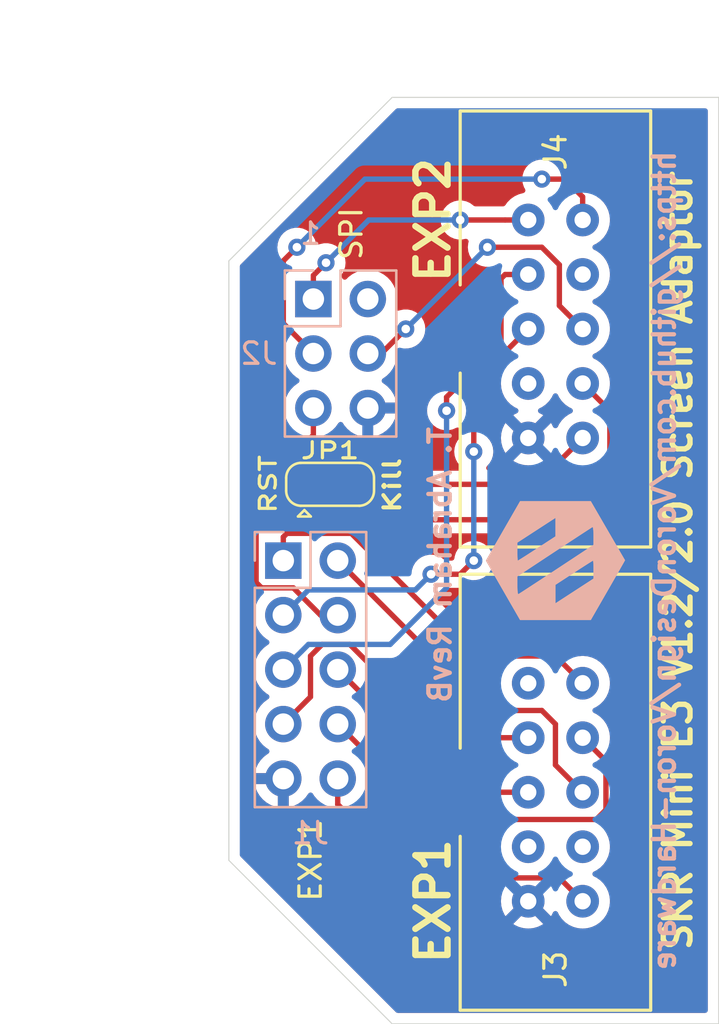
<source format=kicad_pcb>
(kicad_pcb (version 20211014) (generator pcbnew)
  (layers (0 "F.Cu" signal) (31 "B.Cu" signal) (34 "B.Paste" user) (35 "F.Paste" user) (36 "B.SilkS" user "B.Silkscreen") (37 "F.SilkS" user "F.Silkscreen") (38 "B.Mask" user) (39 "F.Mask" user) (44 "Edge.Cuts" user))
  (net 0 "")
  (net 1 "/+5V")
  (net 2 "/GND")
  (net 3 "/PB15")
  (net 4 "/PB8")
  (net 5 "/PB9")
  (net 6 "/PA10")
  (net 7 "/RST")
  (net 8 "/PA9")
  (net 9 "/PA15")
  (net 10 "/PB5")
  (net 11 "/MOSI")
  (net 12 "/SCK")
  (net 13 "/MISO")
  (net 14 "/Kill")
  (net 17 "/Beep")
  (net 18 "/Reset")
  (footprint "TRA_KiCad_Footprints:Shrouded_2x5_pin_header" (layer "F.Cu") (at 138.43 117.475 -90)
    (fp_text reference "J3" (at 8.255 0 90) (layer "F.SilkS"))
    (fp_text value "Screen_EXP1")
    (fp_line (start 0 -4.445) (end 10.16 -4.445) (layer "F.SilkS") (width 0.15))
    (fp_line (start -2.055 4.445) (end -10.16 4.445) (layer "F.SilkS") (width 0.15))
    (fp_line (start 0 -4.445) (end -10.16 -4.445) (layer "F.SilkS") (width 0.15))
    (fp_line (start 10.16 -4.445) (end 10.16 4.445) (layer "F.SilkS") (width 0.15))
    (fp_line (start 10.16 4.445) (end 2.055 4.445) (layer "F.SilkS") (width 0.15))
    (fp_line (start -10.16 4.445) (end -10.16 -4.445) (layer "F.SilkS") (width 0.15))
    (pad "1" thru_hole circle locked (at -5.08 1.27 270) (size 1.524 1.524) (drill 0.762) (layers *.Cu *.Mask) (net 17 "/Beep"))
    (pad "2" thru_hole circle locked (at -5.08 -1.27 270) (size 1.524 1.524) (drill 0.762) (layers *.Cu *.Mask) (net 10 "/PB5"))
    (pad "3" thru_hole circle locked (at -2.54 1.27 270) (size 1.524 1.524) (drill 0.762) (layers *.Cu *.Mask) (net 4 "/PB8"))
    (pad "4" thru_hole circle locked (at -2.54 -1.27 270) (size 1.524 1.524) (drill 0.762) (layers *.Cu *.Mask) (net 3 "/PB15"))
    (pad "5" thru_hole circle locked (at 0 1.27 270) (size 1.524 1.524) (drill 0.762) (layers *.Cu *.Mask) (net 5 "/PB9"))
    (pad "6" thru_hole circle locked (at 0 -1.27 270) (size 1.524 1.524) (drill 0.762) (layers *.Cu *.Mask) (net 9 "/PA15"))
    (pad "7" thru_hole circle locked (at 2.54 1.27 270) (size 1.524 1.524) (drill 0.762) (layers *.Cu *.Mask))
    (pad "8" thru_hole circle locked (at 2.54 -1.27 270) (size 1.524 1.524) (drill 0.762) (layers *.Cu *.Mask))
    (pad "9" thru_hole circle locked (at 5.08 1.27 270) (size 1.524 1.524) (drill 0.762) (layers *.Cu *.Mask) (net 2 "/GND"))
    (pad "10" thru_hole circle locked (at 5.08 -1.27 270) (size 1.524 1.524) (drill 0.762) (layers *.Cu *.Mask) (net 1 "/+5V"))
  )
  (footprint "TRA_KiCad_Footprints:Shrouded_2x5_pin_header" (layer "F.Cu") (at 138.43 95.885 -90)
    (fp_text reference "J4" (at -8.255 0 90) (layer "F.SilkS"))
    (fp_text value "Screen_EXP2")
    (fp_line (start 10.16 4.445) (end 2.055 4.445) (layer "F.SilkS") (width 0.15))
    (fp_line (start 0 -4.445) (end -10.16 -4.445) (layer "F.SilkS") (width 0.15))
    (fp_line (start 0 -4.445) (end 10.16 -4.445) (layer "F.SilkS") (width 0.15))
    (fp_line (start -10.16 4.445) (end -10.16 -4.445) (layer "F.SilkS") (width 0.15))
    (fp_line (start -2.055 4.445) (end -10.16 4.445) (layer "F.SilkS") (width 0.15))
    (fp_line (start 10.16 -4.445) (end 10.16 4.445) (layer "F.SilkS") (width 0.15))
    (pad "1" thru_hole circle locked (at -5.08 1.27 270) (size 1.524 1.524) (drill 0.762) (layers *.Cu *.Mask) (net 13 "/MISO"))
    (pad "2" thru_hole circle locked (at -5.08 -1.27 270) (size 1.524 1.524) (drill 0.762) (layers *.Cu *.Mask) (net 12 "/SCK"))
    (pad "3" thru_hole circle locked (at -2.54 1.27 270) (size 1.524 1.524) (drill 0.762) (layers *.Cu *.Mask) (net 6 "/PA10"))
    (pad "4" thru_hole circle locked (at -2.54 -1.27 270) (size 1.524 1.524) (drill 0.762) (layers *.Cu *.Mask))
    (pad "5" thru_hole circle locked (at 0 1.27 270) (size 1.524 1.524) (drill 0.762) (layers *.Cu *.Mask) (net 8 "/PA9"))
    (pad "6" thru_hole circle locked (at 0 -1.27 270) (size 1.524 1.524) (drill 0.762) (layers *.Cu *.Mask) (net 11 "/MOSI"))
    (pad "7" thru_hole circle locked (at 2.54 1.27 270) (size 1.524 1.524) (drill 0.762) (layers *.Cu *.Mask))
    (pad "8" thru_hole circle locked (at 2.54 -1.27 270) (size 1.524 1.524) (drill 0.762) (layers *.Cu *.Mask) (net 18 "/Reset"))
    (pad "9" thru_hole circle locked (at 5.08 1.27 270) (size 1.524 1.524) (drill 0.762) (layers *.Cu *.Mask) (net 2 "/GND"))
    (pad "10" thru_hole circle locked (at 5.08 -1.27 270) (size 1.524 1.524) (drill 0.762) (layers *.Cu *.Mask) (net 14 "/Kill"))
  )
  (footprint "Jumper:SolderJumper-3_P1.3mm_Bridged12_RoundedPad1.0x1.5mm" (layer "F.Cu") (at 127.9144 103.124)
    (fp_text reference "JP1" (at 0 -1.5748) (layer "F.SilkS") (effects (font (size 0.75 1))))
    (fp_text value "SolderJumper_3_Bridged12")
    (fp_poly (pts (xy -0.9 -0.3) (xy -0.4 -0.3) (xy -0.4 0.3) (xy -0.9 0.3)) (layer "F.Cu") (width 0) (fill solid))
    (fp_line (start -1.2 1.2) (end -1.5 1.5) (layer "F.SilkS") (width 0.12))
    (fp_line (start -1.5 1.5) (end -0.9 1.5) (layer "F.SilkS") (width 0.12))
    (fp_line (start 1.4 1) (end -1.4 1) (layer "F.SilkS") (width 0.12))
    (fp_line (start -2.05 0.3) (end -2.05 -0.3) (layer "F.SilkS") (width 0.12))
    (fp_line (start 2.05 -0.3) (end 2.05 0.3) (layer "F.SilkS") (width 0.12))
    (fp_line (start -1.4 -1) (end 1.4 -1) (layer "F.SilkS") (width 0.12))
    (fp_line (start -1.2 1.2) (end -0.9 1.5) (layer "F.SilkS") (width 0.12))
    (fp_arc (start 2.05 0.3) (mid 1.844975 0.794975) (end 1.35 1) (layer "F.SilkS") (width 0.12))
    (fp_arc (start -2.05 -0.3) (mid -1.844975 -0.794975) (end -1.35 -1) (layer "F.SilkS") (width 0.12))
    (fp_arc (start 1.35 -1) (mid 1.844975 -0.794975) (end 2.05 -0.3) (layer "F.SilkS") (width 0.12))
    (fp_arc (start -1.35 1) (mid -1.844975 0.794975) (end -2.05 0.3) (layer "F.SilkS") (width 0.12))
    (pad "1" smd custom (at -1.3 0) (size 1 0.5) (layers "F.Cu" "F.Mask") (net 18 "/Reset") (options (clearance outline) (anchor rect)) (primitives (gr_circle (center 0 0.25) (end 0.5 0.25) (width 0) (fill yes)) (gr_circle (center 0 -0.25) (end 0.5 -0.25) (width 0) (fill yes)) (gr_poly (pts (xy 0.55 0.75) (xy 0 0.75) (xy 0 -0.75) (xy 0.55 -0.75)) (width 0) (fill yes))))
    (pad "2" smd rect (at 0 0) (size 1 1.5) (layers "F.Cu" "F.Mask") (net 7 "/RST"))
    (pad "3" smd custom (at 1.3 0) (size 1 0.5) (layers "F.Cu" "F.Mask") (net 14 "/Kill") (options (clearance outline) (anchor rect)) (primitives (gr_circle (center 0 0.25) (end 0.5 0.25) (width 0) (fill yes)) (gr_circle (center 0 -0.25) (end 0.5 -0.25) (width 0) (fill yes)) (gr_poly (pts (xy 0 0.75) (xy -0.55 0.75) (xy -0.55 -0.75) (xy 0 -0.75)) (width 0) (fill yes))))
  )
  (footprint "Connector_PinSocket_2.54mm:PinSocket_2x05_P2.54mm_Vertical" (layer "B.Cu") (at 125.73 106.68 180)
    (fp_text reference "J1" (at -1.27 -12.7) (layer "B.SilkS") (effects (justify mirror)))
    (fp_text value "Board_EXP1")
    (fp_line (start -3.87 -11.49) (end 1.33 -11.49) (layer "B.SilkS") (width 0.12))
    (fp_line (start 0 1.33) (end 1.33 1.33) (layer "B.SilkS") (width 0.12))
    (fp_line (start -1.27 -1.27) (end 1.33 -1.27) (layer "B.SilkS") (width 0.12))
    (fp_line (start 1.33 1.33) (end 1.33 0) (layer "B.SilkS") (width 0.12))
    (fp_line (start -1.27 1.33) (end -1.27 -1.27) (layer "B.SilkS") (width 0.12))
    (fp_line (start 1.33 -1.27) (end 1.33 -11.49) (layer "B.SilkS") (width 0.12))
    (fp_line (start -3.87 1.33) (end -3.87 -11.49) (layer "B.SilkS") (width 0.12))
    (fp_line (start -3.87 1.33) (end -1.27 1.33) (layer "B.SilkS") (width 0.12))
    (pad "1" thru_hole rect locked (at 0 0 180) (size 1.7 1.7) (drill 1) (layers *.Cu *.Mask) (net 10 "/PB5"))
    (pad "2" thru_hole oval locked (at -2.54 0 180) (size 1.7 1.7) (drill 1) (layers *.Cu *.Mask) (net 9 "/PA15"))
    (pad "3" thru_hole oval locked (at 0 -2.54 180) (size 1.7 1.7) (drill 1) (layers *.Cu *.Mask) (net 8 "/PA9"))
    (pad "4" thru_hole oval locked (at -2.54 -2.54 180) (size 1.7 1.7) (drill 1) (layers *.Cu *.Mask) (net 7 "/RST"))
    (pad "5" thru_hole oval locked (at 0 -5.08 180) (size 1.7 1.7) (drill 1) (layers *.Cu *.Mask) (net 6 "/PA10"))
    (pad "6" thru_hole oval locked (at -2.54 -5.08 180) (size 1.7 1.7) (drill 1) (layers *.Cu *.Mask) (net 5 "/PB9"))
    (pad "7" thru_hole oval locked (at 0 -7.62 180) (size 1.7 1.7) (drill 1) (layers *.Cu *.Mask) (net 4 "/PB8"))
    (pad "8" thru_hole oval locked (at -2.54 -7.62 180) (size 1.7 1.7) (drill 1) (layers *.Cu *.Mask) (net 3 "/PB15"))
    (pad "9" thru_hole oval locked (at 0 -10.16 180) (size 1.7 1.7) (drill 1) (layers *.Cu *.Mask) (net 2 "/GND"))
    (pad "10" thru_hole oval locked (at -2.54 -10.16 180) (size 1.7 1.7) (drill 1) (layers *.Cu *.Mask) (net 1 "/+5V"))
  )
  (footprint "Connector_PinSocket_2.54mm:PinSocket_2x03_P2.54mm_Vertical" (layer "B.Cu") (at 127.133 94.488 180)
    (fp_text reference "J2" (at 2.54 -2.54) (layer "B.SilkS") (effects (justify mirror)))
    (fp_text value "Board_SPI")
    (fp_line (start 1.33 -1.27) (end 1.33 -6.41) (layer "B.SilkS") (width 0.12))
    (fp_line (start -1.27 1.33) (end -1.27 -1.27) (layer "B.SilkS") (width 0.12))
    (fp_line (start 1.33 1.33) (end 1.33 0) (layer "B.SilkS") (width 0.12))
    (fp_line (start -3.87 -6.41) (end 1.33 -6.41) (layer "B.SilkS") (width 0.12))
    (fp_line (start 0 1.33) (end 1.33 1.33) (layer "B.SilkS") (width 0.12))
    (fp_line (start -3.87 1.33) (end -3.87 -6.41) (layer "B.SilkS") (width 0.12))
    (fp_line (start -1.27 -1.27) (end 1.33 -1.27) (layer "B.SilkS") (width 0.12))
    (fp_line (start -3.87 1.33) (end -1.27 1.33) (layer "B.SilkS") (width 0.12))
    (pad "1" thru_hole rect locked (at 0 0 180) (size 1.7 1.7) (drill 1) (layers *.Cu *.Mask) (net 13 "/MISO"))
    (pad "2" thru_hole oval locked (at -2.54 0 180) (size 1.7 1.7) (drill 1) (layers *.Cu *.Mask) (net 1 "/+5V"))
    (pad "3" thru_hole oval locked (at 0 -2.54 180) (size 1.7 1.7) (drill 1) (layers *.Cu *.Mask) (net 12 "/SCK"))
    (pad "4" thru_hole oval locked (at -2.54 -2.54 180) (size 1.7 1.7) (drill 1) (layers *.Cu *.Mask) (net 11 "/MOSI"))
    (pad "5" thru_hole oval locked (at 0 -5.08 180) (size 1.7 1.7) (drill 1) (layers *.Cu *.Mask) (net 7 "/RST"))
    (pad "6" thru_hole oval locked (at -2.54 -5.08 180) (size 1.7 1.7) (drill 1) (layers *.Cu *.Mask) (net 2 "/GND"))
  )
  (footprint "TRA_KiCad_Footprints:VoronLogo_6pt5mm_silkScreen" (layer "B.Cu") (at 138.43 106.68 -90)
    (fp_text reference "G***" hide)
    (fp_text value "LOGO" hide)
    (fp_poly (pts (xy 2.7686 1.64985) (xy 2.7686 -1.649849) (xy 1.379308 -2.450524) (xy 1.039339 -2.646185) (xy 0.729012 -2.824267) (xy 0.458882 -2.978754) (xy 0.239505 -3.10363) (xy 0.081439 -3.192877) (xy -0.004761 -3.240478) (xy -0.017692 -3.24677) (xy -0.061819 -3.221166) (xy -0.183209 -3.150713) (xy -0.371255 -3.041566) (xy -0.615351 -2.899881) (xy -0.904891 -2.731815) (xy -1.229269 -2.543525) (xy -1.397 -2.446162) (xy -2.622352 -1.734876) (xy -1.566334 -1.734876) (xy -1.527559 -1.754402) (xy -1.409521 -1.769187) (xy -1.234533 -1.776891) (xy -1.159934 -1.777479) (xy -0.7366 -1.776959) (xy -0.722179 -1.755076) (xy 0 -1.755076) (xy 0.04685 -1.765563) (xy 0.171616 -1.7735) (xy 0.350623 -1.777596) (xy 0.4191 -1.777886) (xy 0.8382 -1.777772) (xy 1.3208 -1.034043) (xy 1.485838 -0.779678) (xy 1.637963 -0.545166) (xy 1.765863 -0.347951) (xy 1.858223 -0.205476) (xy 1.897288 -0.145156) (xy 1.991177 0) (xy 1.129093 0) (xy 0.564546 -0.866076) (xy 0.394034 -1.128735) (xy 0.244186 -1.361619) (xy 0.123286 -1.551683) (xy 0.039618 -1.685882) (xy 0.001465 -1.751172) (xy 0 -1.755076) (xy -0.722179 -1.755076) (xy 0.4064 -0.042603) (xy 0.654036 0.333568) (xy 0.884037 0.683745) (xy 1.09042 0.998762) (xy 1.267202 1.269449) (xy 1.408399 1.486639) (xy 1.508029 1.641163) (xy 1.560108 1.723852) (xy 1.566333 1.734877) (xy 1.527558 1.754403) (xy 1.40952 1.769188) (xy 1.234532 1.776892) (xy 1.159933 1.77748) (xy 0.7366 1.77696) (xy -0.4064 0.042604) (xy -0.654037 -0.333567) (xy -0.884038 -0.683744) (xy -1.090421 -0.998761) (xy -1.267203 -1.269448) (xy -1.4084 -1.486638) (xy -1.50803 -1.641162) (xy -1.560109 -1.723851) (xy -1.566334 -1.734876) (xy -2.622352 -1.734876) (xy -2.7686 -1.649983) (xy -2.7686 0) (xy -1.991178 0) (xy -1.129094 0) (xy -0.564547 0.866077) (xy -0.394035 1.128736) (xy -0.244187 1.36162) (xy -0.123287 1.551684) (xy -0.039619 1.685883) (xy -0.001466 1.751173) (xy 0 1.755077) (xy -0.046851 1.765564) (xy -0.171617 1.773501) (xy -0.350624 1.777597) (xy -0.4191 1.777887) (xy -0.8382 1.777773) (xy -1.3208 1.034044) (xy -1.485839 0.779679) (xy -1.637964 0.545167) (xy -1.765864 0.347952) (xy -1.858224 0.205477) (xy -1.897289 0.145157) (xy -1.991178 0) (xy -2.7686 0) (xy -2.7686 1.64985) (xy 0 3.245448) (xy 2.7686 1.64985)) (layer "B.SilkS") (width 0.01) (fill solid))
  )
  (gr_line (start 146.05 85.09) (end 146.05 128.27) (layer "Edge.Cuts") (width 0.05))
  (gr_line (start 130.81 128.27) (end 123.19 120.65) (layer "Edge.Cuts") (width 0.05))
  (gr_line (start 123.19 92.71) (end 123.19 120.65) (layer "Edge.Cuts") (width 0.05))
  (gr_line (start 146.05 85.09) (end 130.81 85.09) (layer "Edge.Cuts") (width 0.05))
  (gr_line (start 146.05 128.27) (end 130.81 128.27) (layer "Edge.Cuts") (width 0.05))
  (gr_line (start 130.81 85.09) (end 123.19 92.71) (layer "Edge.Cuts") (width 0.05))
  (gr_text "1" (at 127 91.44) (layer "B.SilkS") (effects (font (size 1 1)) (justify mirror)))
  (gr_text "T. Abraham RevB" (at 133.0452 106.8832 90) (layer "B.SilkS") (effects (font (size 1 1) (thickness 0.2)) (justify mirror)))
  (gr_text "https://github.com/VoronDesign/Voron-Hardware" (at 143.51 106.68 90) (layer "B.SilkS") (effects (font (size 1 1) (thickness 0.2)) (justify mirror)))
  (gr_text "EXP2" (at 132.715 90.805 90) (layer "F.SilkS") (effects (font (size 1.5 1.5) (thickness 0.3))))
  (gr_text "EXP1" (at 127 120.65 90) (layer "F.SilkS") (effects (font (size 1 1))))
  (gr_text "RST" (at 125.0188 103.124 90) (layer "F.SilkS") (effects (font (size 0.75 1))))
  (gr_text "EXP1" (at 132.715 122.555 90) (layer "F.SilkS") (effects (font (size 1.5 1.5) (thickness 0.3))))
  (gr_text "SKR Mini E3 V1.2/2.0 Screen Adaptor" (at 144.145 106.68 90) (layer "F.SilkS") (effects (font (size 1.25 1.25) (thickness 0.25))))
  (gr_text "SPI" (at 128.905 91.44 90) (layer "F.SilkS") (effects (font (size 1 1))))
  (gr_text "Kill" (at 130.81 103.1748 90) (layer "F.SilkS") (effects (font (size 0.75 1) (thickness 0.1875))))
  (segment (start 139.7 122.555) (end 138.612999 121.467999) (width 0.25) (layer "F.Cu") (net 1))
  (segment (start 128.27 118.042081) (end 128.27 116.84) (width 0.25) (layer "F.Cu") (net 1))
  (segment (start 138.612999 121.467999) (end 131.695918 121.467999) (width 0.25) (layer "F.Cu") (net 1))
  (segment (start 131.695918 121.467999) (end 128.27 118.042081) (width 0.25) (layer "F.Cu") (net 1))
  (segment (start 140.787001 118.292999) (end 140.787001 116.022001) (width 0.25) (layer "F.Cu") (net 3))
  (segment (start 140.787001 116.022001) (end 140.461999 115.696999) (width 0.25) (layer "F.Cu") (net 3))
  (segment (start 132.715 118.745) (end 140.335 118.745) (width 0.25) (layer "F.Cu") (net 3))
  (segment (start 140.461999 115.696999) (end 139.7 114.935) (width 0.25) (layer "F.Cu") (net 3))
  (segment (start 128.27 114.3) (end 132.715 118.745) (width 0.25) (layer "F.Cu") (net 3))
  (segment (start 140.335 118.745) (end 140.787001 118.292999) (width 0.25) (layer "F.Cu") (net 3))
  (segment (start 127 113.03) (end 125.73 114.3) (width 0.25) (layer "F.Cu") (net 4))
  (segment (start 127 111.125) (end 127 113.03) (width 0.25) (layer "F.Cu") (net 4))
  (segment (start 127.540001 110.584999) (end 127 111.125) (width 0.25) (layer "F.Cu") (net 4))
  (segment (start 133.184002 114.935) (end 128.834001 110.584999) (width 0.25) (layer "F.Cu") (net 4))
  (segment (start 128.834001 110.584999) (end 127.540001 110.584999) (width 0.25) (layer "F.Cu") (net 4))
  (segment (start 137.16 114.935) (end 133.184002 114.935) (width 0.25) (layer "F.Cu") (net 4))
  (segment (start 133.985 117.475) (end 128.27 111.76) (width 0.25) (layer "F.Cu") (net 5))
  (segment (start 137.16 117.475) (end 133.985 117.475) (width 0.25) (layer "F.Cu") (net 5))
  (segment (start 136.08237 93.345) (end 137.16 93.345) (width 0.25) (layer "F.Cu") (net 6))
  (segment (start 135.89 96.51859) (end 135.89 93.53737) (width 0.25) (layer "F.Cu") (net 6))
  (segment (start 135.89 93.53737) (end 136.08237 93.345) (width 0.25) (layer "F.Cu") (net 6))
  (segment (start 133.35 99.695) (end 133.35 99.05859) (width 0.25) (layer "F.Cu") (net 6))
  (segment (start 133.35 99.05859) (end 135.89 96.51859) (width 0.25) (layer "F.Cu") (net 6))
  (via (at 133.35 99.695) (size 0.8) (drill 0.4) (layers "F.Cu" "B.Cu") (net 6))
  (segment (start 126.579999 110.910001) (end 125.73 111.76) (width 0.25) (layer "B.Cu") (net 6))
  (segment (start 133.35 107.95141) (end 130.716411 110.584999) (width 0.25) (layer "B.Cu") (net 6))
  (segment (start 130.716411 110.584999) (end 126.905001 110.584999) (width 0.25) (layer "B.Cu") (net 6))
  (segment (start 126.905001 110.584999) (end 126.579999 110.910001) (width 0.25) (layer "B.Cu") (net 6))
  (segment (start 133.35 99.695) (end 133.35 107.95141) (width 0.25) (layer "B.Cu") (net 6))
  (segment (start 127.9144 101.8794) (end 127 100.965) (width 0.25) (layer "F.Cu") (net 7))
  (segment (start 128.27 109.22) (end 127.469002 109.22) (width 0.25) (layer "F.Cu") (net 7))
  (segment (start 127.469002 109.22) (end 126.199002 107.95) (width 0.25) (layer "F.Cu") (net 7))
  (segment (start 124.46 107.695002) (end 124.46 101.6) (width 0.25) (layer "F.Cu") (net 7))
  (segment (start 127.9144 103.124) (end 127.9144 101.8794) (width 0.25) (layer "F.Cu") (net 7))
  (segment (start 125.736 100.965) (end 125.73 100.965) (width 0.25) (layer "F.Cu") (net 7))
  (segment (start 127 100.965) (end 127.133 100.832) (width 0.25) (layer "F.Cu") (net 7))
  (segment (start 126.199002 107.95) (end 124.714998 107.95) (width 0.25) (layer "F.Cu") (net 7))
  (segment (start 124.46 101.6) (end 125.095 100.965) (width 0.25) (layer "F.Cu") (net 7))
  (segment (start 125.095 100.965) (end 125.736 100.965) (width 0.25) (layer "F.Cu") (net 7))
  (segment (start 127.133 100.832) (end 127.133 99.568) (width 0.25) (layer "F.Cu") (net 7))
  (segment (start 125.73 100.965) (end 127 100.965) (width 0.25) (layer "F.Cu") (net 7))
  (segment (start 124.714998 107.95) (end 124.46 107.695002) (width 0.25) (layer "F.Cu") (net 7))
  (segment (start 132.625 107.315) (end 133.985 107.315) (width 0.25) (layer "F.Cu") (net 8))
  (segment (start 133.985 107.315) (end 134.62 106.68) (width 0.25) (layer "F.Cu") (net 8))
  (segment (start 134.62 98.425) (end 137.16 95.885) (width 0.25) (layer "F.Cu") (net 8))
  (segment (start 134.62 101.6) (end 134.62 98.425) (width 0.25) (layer "F.Cu") (net 8))
  (via (at 132.625 107.315) (size 0.8) (drill 0.4) (layers "F.Cu" "B.Cu") (net 8))
  (via (at 134.62 106.68) (size 0.8) (drill 0.4) (layers "F.Cu" "B.Cu") (net 8))
  (via (at 134.62 101.6) (size 0.8) (drill 0.4) (layers "F.Cu" "B.Cu") (net 8))
  (segment (start 134.62 106.68) (end 134.62 101.6) (width 0.25) (layer "B.Cu") (net 8))
  (segment (start 131.895001 108.044999) (end 132.625 107.315) (width 0.25) (layer "B.Cu") (net 8))
  (segment (start 125.73 109.22) (end 126.905001 108.044999) (width 0.25) (layer "B.Cu") (net 8))
  (segment (start 126.905001 108.044999) (end 131.895001 108.044999) (width 0.25) (layer "B.Cu") (net 8))
  (segment (start 138.43 116.205) (end 138.43 114.3) (width 0.25) (layer "F.Cu") (net 9))
  (segment (start 139.7 117.475) (end 138.43 116.205) (width 0.25) (layer "F.Cu") (net 9))
  (segment (start 135.255 113.665) (end 128.27 106.68) (width 0.25) (layer "F.Cu") (net 9))
  (segment (start 137.795 113.665) (end 135.255 113.665) (width 0.25) (layer "F.Cu") (net 9))
  (segment (start 138.43 114.3) (end 137.795 113.665) (width 0.25) (layer "F.Cu") (net 9))
  (segment (start 125.9 105.41) (end 125.73 105.58) (width 0.25) (layer "F.Cu") (net 10))
  (segment (start 139.7 112.395) (end 138.43 111.125) (width 0.25) (layer "F.Cu") (net 10))
  (segment (start 128.905 105.41) (end 125.9 105.41) (width 0.25) (layer "F.Cu") (net 10))
  (segment (start 134.62 111.125) (end 128.905 105.41) (width 0.25) (layer "F.Cu") (net 10))
  (segment (start 138.43 111.125) (end 134.62 111.125) (width 0.25) (layer "F.Cu") (net 10))
  (segment (start 125.73 105.58) (end 125.73 106.68) (width 0.25) (layer "F.Cu") (net 10))
  (segment (start 135.255 92.075) (end 137.795 92.075) (width 0.25) (layer "F.Cu") (net 11))
  (segment (start 138.612999 92.892999) (end 138.612999 94.797999) (width 0.25) (layer "F.Cu") (net 11))
  (segment (start 138.612999 94.797999) (end 138.938001 95.123001) (width 0.25) (layer "F.Cu") (net 11))
  (segment (start 130.302 97.028) (end 131.445 95.885) (width 0.25) (layer "F.Cu") (net 11))
  (segment (start 129.673 97.028) (end 130.302 97.028) (width 0.25) (layer "F.Cu") (net 11))
  (segment (start 137.795 92.075) (end 138.612999 92.892999) (width 0.25) (layer "F.Cu") (net 11))
  (segment (start 138.938001 95.123001) (end 139.7 95.885) (width 0.25) (layer "F.Cu") (net 11))
  (via (at 135.255 92.075) (size 0.8) (drill 0.4) (layers "F.Cu" "B.Cu") (net 11))
  (via (at 131.445 95.885) (size 0.8) (drill 0.4) (layers "F.Cu" "B.Cu") (net 11))
  (segment (start 131.445 95.885) (end 135.255 92.075) (width 0.25) (layer "B.Cu") (net 11))
  (segment (start 126.365 92.075) (end 125.73 92.71) (width 0.25) (layer "F.Cu") (net 12))
  (segment (start 139.7 89.72737) (end 138.87263 88.9) (width 0.25) (layer "F.Cu") (net 12))
  (segment (start 125.73 92.71) (end 125.73 95.625) (width 0.25) (layer "F.Cu") (net 12))
  (segment (start 138.87263 88.9) (end 137.795 88.9) (width 0.25) (layer "F.Cu") (net 12))
  (segment (start 127.133 97.028) (end 125.73 95.625) (width 0.25) (layer "F.Cu") (net 12))
  (segment (start 139.7 90.805) (end 139.7 89.72737) (width 0.25) (layer "F.Cu") (net 12))
  (via (at 126.365 92.075) (size 0.8) (drill 0.4) (layers "F.Cu" "B.Cu") (net 12))
  (via (at 137.795 88.9) (size 0.8) (drill 0.4) (layers "F.Cu" "B.Cu") (net 12))
  (segment (start 137.795 88.9) (end 129.54 88.9) (width 0.25) (layer "B.Cu") (net 12))
  (segment (start 129.54 88.9) (end 126.365 92.075) (width 0.25) (layer "B.Cu") (net 12))
  (segment (start 133.985 90.805) (end 136.08237 90.805) (width 0.25) (layer "F.Cu") (net 13))
  (segment (start 127.133 94.488) (end 127.133 93.388) (width 0.25) (layer "F.Cu") (net 13))
  (segment (start 136.08237 90.805) (end 137.16 90.805) (width 0.25) (layer "F.Cu") (net 13))
  (segment (start 127.133 93.388) (end 127.723 92.798) (width 0.25) (layer "F.Cu") (net 13))
  (via (at 133.985 90.805) (size 0.8) (drill 0.4) (layers "F.Cu" "B.Cu") (net 13))
  (via (at 127.723 92.798) (size 0.8) (drill 0.4) (layers "F.Cu" "B.Cu") (net 13))
  (segment (start 127.723 92.798) (end 129.716 90.805) (width 0.25) (layer "B.Cu") (net 13))
  (segment (start 129.716 90.805) (end 133.985 90.805) (width 0.25) (layer "B.Cu") (net 13))
  (segment (start 137.541 103.124) (end 139.7 100.965) (width 0.25) (layer "F.Cu") (net 14))
  (segment (start 129.2144 103.124) (end 137.541 103.124) (width 0.25) (layer "F.Cu") (net 14))
  (segment (start 127.127 104.775) (end 126.6144 104.2624) (width 0.25) (layer "F.Cu") (net 18))
  (segment (start 140.97 102.235) (end 138.43 104.775) (width 0.25) (layer "F.Cu") (net 18))
  (segment (start 138.43 104.775) (end 127.127 104.775) (width 0.25) (layer "F.Cu") (net 18))
  (segment (start 140.97 99.695) (end 140.97 102.235) (width 0.25) (layer "F.Cu") (net 18))
  (segment (start 126.6144 104.2624) (end 126.6144 103.124) (width 0.25) (layer "F.Cu") (net 18))
  (segment (start 139.7 98.425) (end 140.97 99.695) (width 0.25) (layer "F.Cu") (net 18))
  (zone (net 2) (net_name "/GND") (layer "F.Cu") (connect_pads (clearance 0.508)) (min_thickness 0.254) (fill yes (thermal_gap 0.508) (thermal_bridge_width 0.508))
    (polygon (pts (xy 146.05 128.27) (xy 130.81 128.27) (xy 123.19 120.65) (xy 123.19 92.71) (xy 130.81 85.09) (xy 146.05 85.09)))
  )
  (zone (net 2) (net_name "/GND") (layer "B.Cu") (connect_pads (clearance 0.508)) (min_thickness 0.254) (fill yes (thermal_gap 0.508) (thermal_bridge_width 0.508))
    (polygon (pts (xy 146.05 128.27) (xy 130.81 128.27) (xy 123.19 120.65) (xy 123.19 92.71) (xy 130.81 85.09) (xy 146.05 85.09)))
  )
)
</source>
